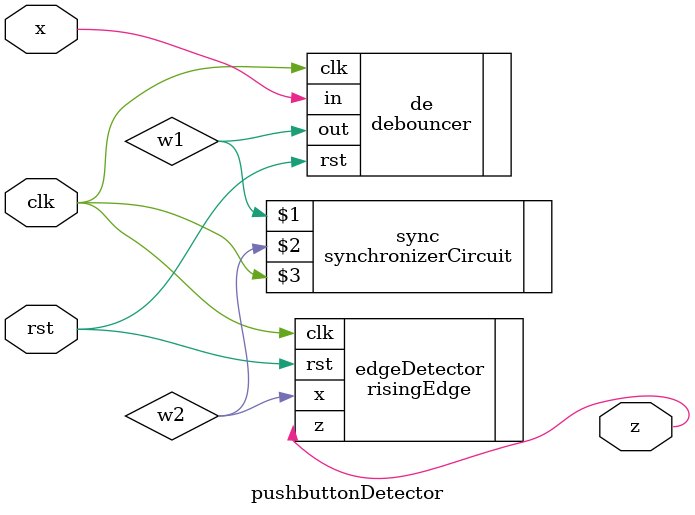
<source format=v>
`timescale 1ns / 1ps


module pushbuttonDetector(input clk, rst, x, output z);

wire w1, w2;
wire clk_out;

//clockDivider  #(1000000) cd(.clk(clk), .rst(rst), .clk_out(clk_out));

debouncer de( .clk(clk), .rst(rst), .in(x),  .out(w1));
synchronizerCircuit sync (w1, w2, clk);
risingEdge edgeDetector ( .clk(clk), .rst(rst), .x(w2), .z(z));

endmodule

</source>
